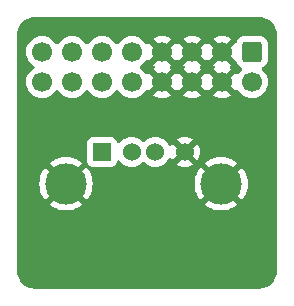
<source format=gbr>
%TF.GenerationSoftware,KiCad,Pcbnew,8.0.5*%
%TF.CreationDate,2024-12-20T11:35:24+13:00*%
%TF.ProjectId,eurorack_to_usb_passive,6575726f-7261-4636-9b5f-746f5f757362,rev?*%
%TF.SameCoordinates,Original*%
%TF.FileFunction,Copper,L2,Bot*%
%TF.FilePolarity,Positive*%
%FSLAX46Y46*%
G04 Gerber Fmt 4.6, Leading zero omitted, Abs format (unit mm)*
G04 Created by KiCad (PCBNEW 8.0.5) date 2024-12-20 11:35:24*
%MOMM*%
%LPD*%
G01*
G04 APERTURE LIST*
G04 Aperture macros list*
%AMRoundRect*
0 Rectangle with rounded corners*
0 $1 Rounding radius*
0 $2 $3 $4 $5 $6 $7 $8 $9 X,Y pos of 4 corners*
0 Add a 4 corners polygon primitive as box body*
4,1,4,$2,$3,$4,$5,$6,$7,$8,$9,$2,$3,0*
0 Add four circle primitives for the rounded corners*
1,1,$1+$1,$2,$3*
1,1,$1+$1,$4,$5*
1,1,$1+$1,$6,$7*
1,1,$1+$1,$8,$9*
0 Add four rect primitives between the rounded corners*
20,1,$1+$1,$2,$3,$4,$5,0*
20,1,$1+$1,$4,$5,$6,$7,0*
20,1,$1+$1,$6,$7,$8,$9,0*
20,1,$1+$1,$8,$9,$2,$3,0*%
G04 Aperture macros list end*
%TA.AperFunction,ComponentPad*%
%ADD10R,1.524000X1.524000*%
%TD*%
%TA.AperFunction,ComponentPad*%
%ADD11C,1.524000*%
%TD*%
%TA.AperFunction,ComponentPad*%
%ADD12C,3.500000*%
%TD*%
%TA.AperFunction,ComponentPad*%
%ADD13RoundRect,0.250000X-0.600000X0.600000X-0.600000X-0.600000X0.600000X-0.600000X0.600000X0.600000X0*%
%TD*%
%TA.AperFunction,ComponentPad*%
%ADD14C,1.700000*%
%TD*%
G04 APERTURE END LIST*
D10*
%TO.P,J2,1,VBUS*%
%TO.N,Net-(J1-Pin_12)*%
X145210000Y-87910000D03*
D11*
%TO.P,J2,2,D-*%
%TO.N,unconnected-(J2-D--Pad2)*%
X147710000Y-87910000D03*
%TO.P,J2,3,D+*%
%TO.N,unconnected-(J2-D+-Pad3)*%
X149710000Y-87910000D03*
%TO.P,J2,4,GND*%
%TO.N,GND*%
X152210000Y-87910000D03*
D12*
%TO.P,J2,5,Shield*%
X142140000Y-90620000D03*
X155280000Y-90620000D03*
%TD*%
D13*
%TO.P,J1,1,Pin_1*%
%TO.N,unconnected-(J1-Pin_1-Pad1)*%
X157900000Y-79450000D03*
D14*
%TO.P,J1,2,Pin_2*%
%TO.N,unconnected-(J1-Pin_2-Pad2)*%
X157900000Y-81990000D03*
%TO.P,J1,3,Pin_3*%
%TO.N,GND*%
X155360000Y-79450000D03*
%TO.P,J1,4,Pin_4*%
X155360000Y-81990000D03*
%TO.P,J1,5,Pin_5*%
X152820000Y-79450000D03*
%TO.P,J1,6,Pin_6*%
X152820000Y-81990000D03*
%TO.P,J1,7,Pin_7*%
X150280000Y-79450000D03*
%TO.P,J1,8,Pin_8*%
X150280000Y-81990000D03*
%TO.P,J1,9,Pin_9*%
%TO.N,unconnected-(J1-Pin_9-Pad9)*%
X147740000Y-79450000D03*
%TO.P,J1,10,Pin_10*%
%TO.N,unconnected-(J1-Pin_10-Pad10)*%
X147740000Y-81990000D03*
%TO.P,J1,11,Pin_11*%
%TO.N,unconnected-(J1-Pin_11-Pad11)*%
X145200000Y-79450000D03*
%TO.P,J1,12,Pin_12*%
%TO.N,Net-(J1-Pin_12)*%
X145200000Y-81990000D03*
%TO.P,J1,13,Pin_13*%
%TO.N,unconnected-(J1-Pin_13-Pad13)*%
X142660000Y-79450000D03*
%TO.P,J1,14,Pin_14*%
%TO.N,unconnected-(J1-Pin_14-Pad14)*%
X142660000Y-81990000D03*
%TO.P,J1,15,Pin_15*%
%TO.N,unconnected-(J1-Pin_15-Pad15)*%
X140120000Y-79450000D03*
%TO.P,J1,16,Pin_16*%
%TO.N,unconnected-(J1-Pin_16-Pad16)*%
X140120000Y-81990000D03*
%TD*%
%TA.AperFunction,Conductor*%
%TO.N,GND*%
G36*
X149814075Y-79642993D02*
G01*
X149879901Y-79757007D01*
X149972993Y-79850099D01*
X150087007Y-79915925D01*
X150150590Y-79932962D01*
X149518625Y-80564925D01*
X149595031Y-80618425D01*
X149638655Y-80673002D01*
X149645848Y-80742501D01*
X149614326Y-80804855D01*
X149595029Y-80821576D01*
X149518625Y-80875072D01*
X150150590Y-81507037D01*
X150087007Y-81524075D01*
X149972993Y-81589901D01*
X149879901Y-81682993D01*
X149814075Y-81797007D01*
X149797037Y-81860590D01*
X149165073Y-81228626D01*
X149111881Y-81304594D01*
X149057304Y-81348219D01*
X148987806Y-81355413D01*
X148925451Y-81323891D01*
X148908730Y-81304594D01*
X148778494Y-81118597D01*
X148611402Y-80951506D01*
X148611396Y-80951501D01*
X148425842Y-80821575D01*
X148382217Y-80766998D01*
X148375023Y-80697500D01*
X148406546Y-80635145D01*
X148425842Y-80618425D01*
X148568325Y-80518657D01*
X148611401Y-80488495D01*
X148778495Y-80321401D01*
X148908732Y-80135403D01*
X148963307Y-80091780D01*
X149032805Y-80084586D01*
X149095160Y-80116109D01*
X149111880Y-80135405D01*
X149165073Y-80211373D01*
X149797037Y-79579409D01*
X149814075Y-79642993D01*
G37*
%TD.AperFunction*%
%TA.AperFunction,Conductor*%
G36*
X152354075Y-79642993D02*
G01*
X152419901Y-79757007D01*
X152512993Y-79850099D01*
X152627007Y-79915925D01*
X152690590Y-79932962D01*
X152058625Y-80564925D01*
X152135031Y-80618425D01*
X152178655Y-80673002D01*
X152185848Y-80742501D01*
X152154326Y-80804855D01*
X152135029Y-80821576D01*
X152058625Y-80875072D01*
X152690590Y-81507037D01*
X152627007Y-81524075D01*
X152512993Y-81589901D01*
X152419901Y-81682993D01*
X152354075Y-81797007D01*
X152337037Y-81860590D01*
X151705072Y-81228625D01*
X151705072Y-81228626D01*
X151651574Y-81305030D01*
X151596998Y-81348655D01*
X151527499Y-81355849D01*
X151465144Y-81324326D01*
X151448424Y-81305030D01*
X151394925Y-81228626D01*
X151394925Y-81228625D01*
X150762962Y-81860589D01*
X150745925Y-81797007D01*
X150680099Y-81682993D01*
X150587007Y-81589901D01*
X150472993Y-81524075D01*
X150409410Y-81507037D01*
X151041373Y-80875073D01*
X150964969Y-80821576D01*
X150921344Y-80766999D01*
X150914150Y-80697501D01*
X150945672Y-80635146D01*
X150964968Y-80618425D01*
X151041373Y-80564925D01*
X150409409Y-79932962D01*
X150472993Y-79915925D01*
X150587007Y-79850099D01*
X150680099Y-79757007D01*
X150745925Y-79642993D01*
X150762962Y-79579410D01*
X151394925Y-80211373D01*
X151448425Y-80134968D01*
X151503002Y-80091344D01*
X151572501Y-80084151D01*
X151634855Y-80115673D01*
X151651576Y-80134969D01*
X151705073Y-80211372D01*
X152337037Y-79579409D01*
X152354075Y-79642993D01*
G37*
%TD.AperFunction*%
%TA.AperFunction,Conductor*%
G36*
X154894075Y-79642993D02*
G01*
X154959901Y-79757007D01*
X155052993Y-79850099D01*
X155167007Y-79915925D01*
X155230590Y-79932962D01*
X154598625Y-80564925D01*
X154675031Y-80618425D01*
X154718655Y-80673002D01*
X154725848Y-80742501D01*
X154694326Y-80804855D01*
X154675029Y-80821576D01*
X154598625Y-80875072D01*
X155230590Y-81507037D01*
X155167007Y-81524075D01*
X155052993Y-81589901D01*
X154959901Y-81682993D01*
X154894075Y-81797007D01*
X154877037Y-81860589D01*
X154245073Y-81228625D01*
X154245072Y-81228626D01*
X154191574Y-81305030D01*
X154136998Y-81348655D01*
X154067499Y-81355849D01*
X154005144Y-81324326D01*
X153988424Y-81305030D01*
X153934925Y-81228626D01*
X153934925Y-81228625D01*
X153302962Y-81860589D01*
X153285925Y-81797007D01*
X153220099Y-81682993D01*
X153127007Y-81589901D01*
X153012993Y-81524075D01*
X152949410Y-81507037D01*
X153581373Y-80875073D01*
X153504969Y-80821576D01*
X153461344Y-80766999D01*
X153454150Y-80697501D01*
X153485672Y-80635146D01*
X153504968Y-80618425D01*
X153581373Y-80564925D01*
X152949409Y-79932962D01*
X153012993Y-79915925D01*
X153127007Y-79850099D01*
X153220099Y-79757007D01*
X153285925Y-79642993D01*
X153302962Y-79579410D01*
X153934925Y-80211373D01*
X153988425Y-80134968D01*
X154043002Y-80091344D01*
X154112501Y-80084151D01*
X154174855Y-80115673D01*
X154191576Y-80134969D01*
X154245073Y-80211372D01*
X154877037Y-79579409D01*
X154894075Y-79642993D01*
G37*
%TD.AperFunction*%
%TA.AperFunction,Conductor*%
G36*
X156479341Y-80215789D02*
G01*
X156531191Y-80226209D01*
X156581375Y-80274823D01*
X156591205Y-80296966D01*
X156615186Y-80369334D01*
X156707288Y-80518656D01*
X156831344Y-80642712D01*
X156980666Y-80734814D01*
X156989264Y-80737663D01*
X157046707Y-80777433D01*
X157073531Y-80841948D01*
X157061217Y-80910724D01*
X157032234Y-80947483D01*
X157032427Y-80947676D01*
X157030798Y-80949304D01*
X157029975Y-80950349D01*
X157028599Y-80951503D01*
X156861505Y-81118597D01*
X156731269Y-81304595D01*
X156676692Y-81348220D01*
X156607194Y-81355414D01*
X156544839Y-81323891D01*
X156528119Y-81304595D01*
X156474925Y-81228626D01*
X156474925Y-81228625D01*
X155842962Y-81860589D01*
X155825925Y-81797007D01*
X155760099Y-81682993D01*
X155667007Y-81589901D01*
X155552993Y-81524075D01*
X155489410Y-81507037D01*
X156121373Y-80875073D01*
X156044969Y-80821576D01*
X156001344Y-80766999D01*
X155994150Y-80697501D01*
X156025672Y-80635146D01*
X156044968Y-80618425D01*
X156121373Y-80564925D01*
X155489409Y-79932962D01*
X155552993Y-79915925D01*
X155667007Y-79850099D01*
X155760099Y-79757007D01*
X155825925Y-79642993D01*
X155842962Y-79579409D01*
X156479341Y-80215789D01*
G37*
%TD.AperFunction*%
%TA.AperFunction,Conductor*%
G36*
X158504418Y-76500816D02*
G01*
X158704561Y-76515130D01*
X158722063Y-76517647D01*
X158913797Y-76559355D01*
X158930755Y-76564334D01*
X159114609Y-76632909D01*
X159130701Y-76640259D01*
X159302904Y-76734288D01*
X159317784Y-76743849D01*
X159474867Y-76861441D01*
X159488237Y-76873027D01*
X159626972Y-77011762D01*
X159638558Y-77025132D01*
X159756146Y-77182210D01*
X159765711Y-77197095D01*
X159859740Y-77369298D01*
X159867090Y-77385390D01*
X159935662Y-77569236D01*
X159940646Y-77586212D01*
X159982351Y-77777931D01*
X159984869Y-77795442D01*
X159999184Y-77995580D01*
X159999500Y-78004427D01*
X159999500Y-97995572D01*
X159999184Y-98004419D01*
X159984869Y-98204557D01*
X159982351Y-98222068D01*
X159940646Y-98413787D01*
X159935662Y-98430763D01*
X159867090Y-98614609D01*
X159859740Y-98630701D01*
X159765711Y-98802904D01*
X159756146Y-98817789D01*
X159638558Y-98974867D01*
X159626972Y-98988237D01*
X159488237Y-99126972D01*
X159474867Y-99138558D01*
X159317789Y-99256146D01*
X159302904Y-99265711D01*
X159130701Y-99359740D01*
X159114609Y-99367090D01*
X158930763Y-99435662D01*
X158913787Y-99440646D01*
X158722068Y-99482351D01*
X158704557Y-99484869D01*
X158523779Y-99497799D01*
X158504417Y-99499184D01*
X158495572Y-99499500D01*
X139504428Y-99499500D01*
X139495582Y-99499184D01*
X139473622Y-99497613D01*
X139295442Y-99484869D01*
X139277931Y-99482351D01*
X139086212Y-99440646D01*
X139069236Y-99435662D01*
X138885390Y-99367090D01*
X138869298Y-99359740D01*
X138697095Y-99265711D01*
X138682210Y-99256146D01*
X138525132Y-99138558D01*
X138511762Y-99126972D01*
X138373027Y-98988237D01*
X138361441Y-98974867D01*
X138243849Y-98817784D01*
X138234288Y-98802904D01*
X138140259Y-98630701D01*
X138132909Y-98614609D01*
X138072091Y-98451551D01*
X138064334Y-98430755D01*
X138059355Y-98413797D01*
X138017647Y-98222063D01*
X138015130Y-98204556D01*
X138000816Y-98004418D01*
X138000500Y-97995572D01*
X138000500Y-90620000D01*
X139885172Y-90620000D01*
X139904462Y-90914312D01*
X139904464Y-90914324D01*
X139962001Y-91203584D01*
X139962005Y-91203599D01*
X140056812Y-91482888D01*
X140187258Y-91747406D01*
X140187265Y-91747419D01*
X140351123Y-91992649D01*
X140380405Y-92026040D01*
X141167912Y-91238532D01*
X141262829Y-91369175D01*
X141390825Y-91497171D01*
X141521465Y-91592086D01*
X140733958Y-92379593D01*
X140767350Y-92408876D01*
X141012580Y-92572734D01*
X141012593Y-92572741D01*
X141277111Y-92703187D01*
X141556400Y-92797994D01*
X141556415Y-92797998D01*
X141845675Y-92855535D01*
X141845687Y-92855537D01*
X142140000Y-92874827D01*
X142434312Y-92855537D01*
X142434324Y-92855535D01*
X142723584Y-92797998D01*
X142723599Y-92797994D01*
X143002888Y-92703187D01*
X143267406Y-92572741D01*
X143267419Y-92572734D01*
X143512648Y-92408877D01*
X143546039Y-92379593D01*
X142758533Y-91592086D01*
X142889175Y-91497171D01*
X143017171Y-91369175D01*
X143112086Y-91238533D01*
X143899593Y-92026039D01*
X143928877Y-91992648D01*
X144092734Y-91747419D01*
X144092741Y-91747406D01*
X144223187Y-91482888D01*
X144317994Y-91203599D01*
X144317998Y-91203584D01*
X144375535Y-90914324D01*
X144375537Y-90914312D01*
X144394827Y-90620000D01*
X153025172Y-90620000D01*
X153044462Y-90914312D01*
X153044464Y-90914324D01*
X153102001Y-91203584D01*
X153102005Y-91203599D01*
X153196812Y-91482888D01*
X153327258Y-91747406D01*
X153327265Y-91747419D01*
X153491123Y-91992649D01*
X153520405Y-92026040D01*
X154307912Y-91238532D01*
X154402829Y-91369175D01*
X154530825Y-91497171D01*
X154661465Y-91592086D01*
X153873958Y-92379593D01*
X153907350Y-92408876D01*
X154152580Y-92572734D01*
X154152593Y-92572741D01*
X154417111Y-92703187D01*
X154696400Y-92797994D01*
X154696415Y-92797998D01*
X154985675Y-92855535D01*
X154985687Y-92855537D01*
X155280000Y-92874827D01*
X155574312Y-92855537D01*
X155574324Y-92855535D01*
X155863584Y-92797998D01*
X155863599Y-92797994D01*
X156142888Y-92703187D01*
X156407406Y-92572741D01*
X156407419Y-92572734D01*
X156652648Y-92408877D01*
X156686039Y-92379593D01*
X155898533Y-91592086D01*
X156029175Y-91497171D01*
X156157171Y-91369175D01*
X156252086Y-91238533D01*
X157039593Y-92026039D01*
X157068877Y-91992648D01*
X157232734Y-91747419D01*
X157232741Y-91747406D01*
X157363187Y-91482888D01*
X157457994Y-91203599D01*
X157457998Y-91203584D01*
X157515535Y-90914324D01*
X157515537Y-90914312D01*
X157534827Y-90620000D01*
X157515537Y-90325687D01*
X157515535Y-90325675D01*
X157457998Y-90036415D01*
X157457994Y-90036400D01*
X157363187Y-89757111D01*
X157232741Y-89492593D01*
X157232734Y-89492580D01*
X157068876Y-89247350D01*
X157039593Y-89213958D01*
X156252086Y-90001465D01*
X156157171Y-89870825D01*
X156029175Y-89742829D01*
X155898533Y-89647912D01*
X156686040Y-88860405D01*
X156652649Y-88831123D01*
X156407419Y-88667265D01*
X156407406Y-88667258D01*
X156142888Y-88536812D01*
X155863599Y-88442005D01*
X155863584Y-88442001D01*
X155574324Y-88384464D01*
X155574312Y-88384462D01*
X155280000Y-88365172D01*
X154985687Y-88384462D01*
X154985675Y-88384464D01*
X154696415Y-88442001D01*
X154696400Y-88442005D01*
X154417111Y-88536812D01*
X154152593Y-88667258D01*
X154152580Y-88667265D01*
X153907346Y-88831126D01*
X153907339Y-88831131D01*
X153873959Y-88860403D01*
X153873959Y-88860405D01*
X154661466Y-89647912D01*
X154530825Y-89742829D01*
X154402829Y-89870825D01*
X154307913Y-90001466D01*
X153520405Y-89213959D01*
X153520403Y-89213959D01*
X153491131Y-89247339D01*
X153491126Y-89247346D01*
X153327265Y-89492580D01*
X153327258Y-89492593D01*
X153196812Y-89757111D01*
X153102005Y-90036400D01*
X153102001Y-90036415D01*
X153044464Y-90325675D01*
X153044462Y-90325687D01*
X153025172Y-90620000D01*
X144394827Y-90620000D01*
X144375537Y-90325687D01*
X144375535Y-90325675D01*
X144317998Y-90036415D01*
X144317994Y-90036400D01*
X144223187Y-89757111D01*
X144092741Y-89492593D01*
X144092734Y-89492580D01*
X143928876Y-89247350D01*
X143899593Y-89213958D01*
X143112086Y-90001465D01*
X143017171Y-89870825D01*
X142889175Y-89742829D01*
X142758533Y-89647912D01*
X143546040Y-88860405D01*
X143512649Y-88831123D01*
X143267419Y-88667265D01*
X143267406Y-88667258D01*
X143002888Y-88536812D01*
X142723599Y-88442005D01*
X142723584Y-88442001D01*
X142434324Y-88384464D01*
X142434312Y-88384462D01*
X142140000Y-88365172D01*
X141845687Y-88384462D01*
X141845675Y-88384464D01*
X141556415Y-88442001D01*
X141556400Y-88442005D01*
X141277111Y-88536812D01*
X141012593Y-88667258D01*
X141012580Y-88667265D01*
X140767346Y-88831126D01*
X140767339Y-88831131D01*
X140733959Y-88860403D01*
X140733959Y-88860405D01*
X141521466Y-89647912D01*
X141390825Y-89742829D01*
X141262829Y-89870825D01*
X141167913Y-90001466D01*
X140380405Y-89213959D01*
X140380403Y-89213959D01*
X140351131Y-89247339D01*
X140351126Y-89247346D01*
X140187265Y-89492580D01*
X140187258Y-89492593D01*
X140056812Y-89757111D01*
X139962005Y-90036400D01*
X139962001Y-90036415D01*
X139904464Y-90325675D01*
X139904462Y-90325687D01*
X139885172Y-90620000D01*
X138000500Y-90620000D01*
X138000500Y-87100135D01*
X143947500Y-87100135D01*
X143947500Y-88719870D01*
X143947501Y-88719876D01*
X143953908Y-88779483D01*
X144004202Y-88914328D01*
X144004206Y-88914335D01*
X144090452Y-89029544D01*
X144090455Y-89029547D01*
X144205664Y-89115793D01*
X144205671Y-89115797D01*
X144340517Y-89166091D01*
X144340516Y-89166091D01*
X144347444Y-89166835D01*
X144400127Y-89172500D01*
X146019872Y-89172499D01*
X146079483Y-89166091D01*
X146214331Y-89115796D01*
X146329546Y-89029546D01*
X146415796Y-88914331D01*
X146466091Y-88779483D01*
X146472229Y-88722386D01*
X146498966Y-88657839D01*
X146556358Y-88617991D01*
X146626183Y-88615497D01*
X146686272Y-88651149D01*
X146697093Y-88664522D01*
X146739170Y-88724615D01*
X146739175Y-88724621D01*
X146895378Y-88880824D01*
X146895384Y-88880829D01*
X147076333Y-89007531D01*
X147076335Y-89007532D01*
X147076338Y-89007534D01*
X147276550Y-89100894D01*
X147489932Y-89158070D01*
X147647123Y-89171822D01*
X147709998Y-89177323D01*
X147710000Y-89177323D01*
X147710002Y-89177323D01*
X147765151Y-89172498D01*
X147930068Y-89158070D01*
X148143450Y-89100894D01*
X148343662Y-89007534D01*
X148524620Y-88880826D01*
X148622319Y-88783127D01*
X148683642Y-88749642D01*
X148753334Y-88754626D01*
X148797681Y-88783127D01*
X148895378Y-88880824D01*
X148895384Y-88880829D01*
X149076333Y-89007531D01*
X149076335Y-89007532D01*
X149076338Y-89007534D01*
X149276550Y-89100894D01*
X149489932Y-89158070D01*
X149647123Y-89171822D01*
X149709998Y-89177323D01*
X149710000Y-89177323D01*
X149710002Y-89177323D01*
X149765151Y-89172498D01*
X149930068Y-89158070D01*
X150143450Y-89100894D01*
X150343662Y-89007534D01*
X150524620Y-88880826D01*
X150680826Y-88724620D01*
X150807534Y-88543662D01*
X150847894Y-88457108D01*
X150894066Y-88404669D01*
X150961259Y-88385517D01*
X151028140Y-88405732D01*
X151072658Y-88457109D01*
X151112898Y-88543405D01*
X151112901Y-88543411D01*
X151158258Y-88608187D01*
X151158259Y-88608188D01*
X151759697Y-88006749D01*
X151781349Y-88087553D01*
X151841909Y-88192446D01*
X151927554Y-88278091D01*
X152032447Y-88338651D01*
X152113249Y-88360302D01*
X151511810Y-88961740D01*
X151576590Y-89007099D01*
X151576592Y-89007100D01*
X151776715Y-89100419D01*
X151776729Y-89100424D01*
X151990013Y-89157573D01*
X151990023Y-89157575D01*
X152209999Y-89176821D01*
X152210001Y-89176821D01*
X152429976Y-89157575D01*
X152429986Y-89157573D01*
X152643270Y-89100424D01*
X152643284Y-89100419D01*
X152843407Y-89007100D01*
X152843417Y-89007094D01*
X152908188Y-88961741D01*
X152306750Y-88360302D01*
X152387553Y-88338651D01*
X152492446Y-88278091D01*
X152578091Y-88192446D01*
X152638651Y-88087553D01*
X152660302Y-88006749D01*
X153261741Y-88608188D01*
X153307094Y-88543417D01*
X153307100Y-88543407D01*
X153400419Y-88343284D01*
X153400424Y-88343270D01*
X153457573Y-88129986D01*
X153457575Y-88129976D01*
X153476821Y-87910000D01*
X153476821Y-87909999D01*
X153457575Y-87690023D01*
X153457573Y-87690013D01*
X153400424Y-87476729D01*
X153400420Y-87476720D01*
X153307096Y-87276586D01*
X153261741Y-87211811D01*
X153261740Y-87211810D01*
X152660302Y-87813249D01*
X152638651Y-87732447D01*
X152578091Y-87627554D01*
X152492446Y-87541909D01*
X152387553Y-87481349D01*
X152306750Y-87459697D01*
X152908188Y-86858259D01*
X152908187Y-86858258D01*
X152843411Y-86812901D01*
X152843405Y-86812898D01*
X152643284Y-86719580D01*
X152643270Y-86719575D01*
X152429986Y-86662426D01*
X152429976Y-86662424D01*
X152210001Y-86643179D01*
X152209999Y-86643179D01*
X151990023Y-86662424D01*
X151990013Y-86662426D01*
X151776729Y-86719575D01*
X151776720Y-86719579D01*
X151576590Y-86812901D01*
X151511811Y-86858258D01*
X152113250Y-87459697D01*
X152032447Y-87481349D01*
X151927554Y-87541909D01*
X151841909Y-87627554D01*
X151781349Y-87732447D01*
X151759697Y-87813249D01*
X151158258Y-87211811D01*
X151112901Y-87276590D01*
X151072658Y-87362891D01*
X151026485Y-87415330D01*
X150959292Y-87434482D01*
X150892411Y-87414266D01*
X150847894Y-87362891D01*
X150807534Y-87276340D01*
X150807533Y-87276338D01*
X150680827Y-87095381D01*
X150622318Y-87036872D01*
X150524620Y-86939174D01*
X150524616Y-86939171D01*
X150524615Y-86939170D01*
X150343666Y-86812468D01*
X150343662Y-86812466D01*
X150296457Y-86790454D01*
X150143450Y-86719106D01*
X150143447Y-86719105D01*
X150143445Y-86719104D01*
X149930070Y-86661930D01*
X149930062Y-86661929D01*
X149710002Y-86642677D01*
X149709998Y-86642677D01*
X149489937Y-86661929D01*
X149489929Y-86661930D01*
X149276554Y-86719104D01*
X149276548Y-86719107D01*
X149076340Y-86812465D01*
X149076338Y-86812466D01*
X148895381Y-86939172D01*
X148797680Y-87036873D01*
X148736356Y-87070357D01*
X148666665Y-87065373D01*
X148622318Y-87036872D01*
X148524621Y-86939175D01*
X148524615Y-86939170D01*
X148343666Y-86812468D01*
X148343662Y-86812466D01*
X148296457Y-86790454D01*
X148143450Y-86719106D01*
X148143447Y-86719105D01*
X148143445Y-86719104D01*
X147930070Y-86661930D01*
X147930062Y-86661929D01*
X147710002Y-86642677D01*
X147709998Y-86642677D01*
X147489937Y-86661929D01*
X147489929Y-86661930D01*
X147276554Y-86719104D01*
X147276548Y-86719107D01*
X147076340Y-86812465D01*
X147076338Y-86812466D01*
X146895377Y-86939175D01*
X146739177Y-87095375D01*
X146697093Y-87155478D01*
X146642516Y-87199102D01*
X146573017Y-87206295D01*
X146510663Y-87174773D01*
X146475249Y-87114543D01*
X146472228Y-87097607D01*
X146466091Y-87040516D01*
X146415797Y-86905671D01*
X146415793Y-86905664D01*
X146329547Y-86790455D01*
X146329544Y-86790452D01*
X146214335Y-86704206D01*
X146214328Y-86704202D01*
X146079482Y-86653908D01*
X146079483Y-86653908D01*
X146019883Y-86647501D01*
X146019881Y-86647500D01*
X146019873Y-86647500D01*
X146019864Y-86647500D01*
X144400129Y-86647500D01*
X144400123Y-86647501D01*
X144340516Y-86653908D01*
X144205671Y-86704202D01*
X144205664Y-86704206D01*
X144090455Y-86790452D01*
X144090452Y-86790455D01*
X144004206Y-86905664D01*
X144004202Y-86905671D01*
X143953908Y-87040517D01*
X143947501Y-87100116D01*
X143947500Y-87100135D01*
X138000500Y-87100135D01*
X138000500Y-79449999D01*
X138764341Y-79449999D01*
X138764341Y-79450000D01*
X138784936Y-79685403D01*
X138784938Y-79685413D01*
X138846094Y-79913655D01*
X138846096Y-79913659D01*
X138846097Y-79913663D01*
X138925597Y-80084151D01*
X138945965Y-80127830D01*
X138945967Y-80127834D01*
X139048891Y-80274823D01*
X139081501Y-80321396D01*
X139081506Y-80321402D01*
X139248597Y-80488493D01*
X139248603Y-80488498D01*
X139434158Y-80618425D01*
X139477783Y-80673002D01*
X139484977Y-80742500D01*
X139453454Y-80804855D01*
X139434158Y-80821575D01*
X139248597Y-80951505D01*
X139081505Y-81118597D01*
X138945965Y-81312169D01*
X138945964Y-81312171D01*
X138846098Y-81526335D01*
X138846094Y-81526344D01*
X138784938Y-81754586D01*
X138784936Y-81754596D01*
X138764341Y-81989999D01*
X138764341Y-81990000D01*
X138784936Y-82225403D01*
X138784938Y-82225413D01*
X138846094Y-82453655D01*
X138846096Y-82453659D01*
X138846097Y-82453663D01*
X138925597Y-82624151D01*
X138945965Y-82667830D01*
X138945967Y-82667834D01*
X139004462Y-82751373D01*
X139081505Y-82861401D01*
X139248599Y-83028495D01*
X139345384Y-83096265D01*
X139442165Y-83164032D01*
X139442167Y-83164033D01*
X139442170Y-83164035D01*
X139656337Y-83263903D01*
X139884592Y-83325063D01*
X140072918Y-83341539D01*
X140119999Y-83345659D01*
X140120000Y-83345659D01*
X140120001Y-83345659D01*
X140159234Y-83342226D01*
X140355408Y-83325063D01*
X140583663Y-83263903D01*
X140797830Y-83164035D01*
X140991401Y-83028495D01*
X141158495Y-82861401D01*
X141288425Y-82675842D01*
X141343002Y-82632217D01*
X141412500Y-82625023D01*
X141474855Y-82656546D01*
X141491575Y-82675842D01*
X141621500Y-82861395D01*
X141621505Y-82861401D01*
X141788599Y-83028495D01*
X141885384Y-83096265D01*
X141982165Y-83164032D01*
X141982167Y-83164033D01*
X141982170Y-83164035D01*
X142196337Y-83263903D01*
X142424592Y-83325063D01*
X142612918Y-83341539D01*
X142659999Y-83345659D01*
X142660000Y-83345659D01*
X142660001Y-83345659D01*
X142699234Y-83342226D01*
X142895408Y-83325063D01*
X143123663Y-83263903D01*
X143337830Y-83164035D01*
X143531401Y-83028495D01*
X143698495Y-82861401D01*
X143828425Y-82675842D01*
X143883002Y-82632217D01*
X143952500Y-82625023D01*
X144014855Y-82656546D01*
X144031575Y-82675842D01*
X144161500Y-82861395D01*
X144161505Y-82861401D01*
X144328599Y-83028495D01*
X144425384Y-83096265D01*
X144522165Y-83164032D01*
X144522167Y-83164033D01*
X144522170Y-83164035D01*
X144736337Y-83263903D01*
X144964592Y-83325063D01*
X145152918Y-83341539D01*
X145199999Y-83345659D01*
X145200000Y-83345659D01*
X145200001Y-83345659D01*
X145239234Y-83342226D01*
X145435408Y-83325063D01*
X145663663Y-83263903D01*
X145877830Y-83164035D01*
X146071401Y-83028495D01*
X146238495Y-82861401D01*
X146368425Y-82675842D01*
X146423002Y-82632217D01*
X146492500Y-82625023D01*
X146554855Y-82656546D01*
X146571575Y-82675842D01*
X146701500Y-82861395D01*
X146701505Y-82861401D01*
X146868599Y-83028495D01*
X146965384Y-83096265D01*
X147062165Y-83164032D01*
X147062167Y-83164033D01*
X147062170Y-83164035D01*
X147276337Y-83263903D01*
X147504592Y-83325063D01*
X147692918Y-83341539D01*
X147739999Y-83345659D01*
X147740000Y-83345659D01*
X147740001Y-83345659D01*
X147779234Y-83342226D01*
X147975408Y-83325063D01*
X148203663Y-83263903D01*
X148417830Y-83164035D01*
X148611401Y-83028495D01*
X148778495Y-82861401D01*
X148908732Y-82675403D01*
X148963307Y-82631780D01*
X149032805Y-82624586D01*
X149095160Y-82656109D01*
X149111880Y-82675405D01*
X149165073Y-82751373D01*
X149797037Y-82119409D01*
X149814075Y-82182993D01*
X149879901Y-82297007D01*
X149972993Y-82390099D01*
X150087007Y-82455925D01*
X150150590Y-82472962D01*
X149518625Y-83104925D01*
X149602421Y-83163599D01*
X149816507Y-83263429D01*
X149816516Y-83263433D01*
X150044673Y-83324567D01*
X150044684Y-83324569D01*
X150279998Y-83345157D01*
X150280002Y-83345157D01*
X150515315Y-83324569D01*
X150515326Y-83324567D01*
X150743483Y-83263433D01*
X150743492Y-83263429D01*
X150957578Y-83163600D01*
X150957582Y-83163598D01*
X151041373Y-83104926D01*
X151041373Y-83104925D01*
X150409409Y-82472962D01*
X150472993Y-82455925D01*
X150587007Y-82390099D01*
X150680099Y-82297007D01*
X150745925Y-82182993D01*
X150762962Y-82119410D01*
X151394925Y-82751373D01*
X151448425Y-82674968D01*
X151503002Y-82631344D01*
X151572501Y-82624151D01*
X151634855Y-82655673D01*
X151651576Y-82674969D01*
X151705073Y-82751372D01*
X152337037Y-82119409D01*
X152354075Y-82182993D01*
X152419901Y-82297007D01*
X152512993Y-82390099D01*
X152627007Y-82455925D01*
X152690590Y-82472962D01*
X152058625Y-83104925D01*
X152142421Y-83163599D01*
X152356507Y-83263429D01*
X152356516Y-83263433D01*
X152584673Y-83324567D01*
X152584684Y-83324569D01*
X152819998Y-83345157D01*
X152820002Y-83345157D01*
X153055315Y-83324569D01*
X153055326Y-83324567D01*
X153283483Y-83263433D01*
X153283492Y-83263429D01*
X153497578Y-83163600D01*
X153497582Y-83163598D01*
X153581373Y-83104926D01*
X153581373Y-83104925D01*
X152949409Y-82472962D01*
X153012993Y-82455925D01*
X153127007Y-82390099D01*
X153220099Y-82297007D01*
X153285925Y-82182993D01*
X153302962Y-82119410D01*
X153934925Y-82751373D01*
X153988425Y-82674968D01*
X154043002Y-82631344D01*
X154112501Y-82624151D01*
X154174855Y-82655673D01*
X154191576Y-82674969D01*
X154245073Y-82751372D01*
X154877037Y-82119409D01*
X154894075Y-82182993D01*
X154959901Y-82297007D01*
X155052993Y-82390099D01*
X155167007Y-82455925D01*
X155230590Y-82472962D01*
X154598625Y-83104925D01*
X154682421Y-83163599D01*
X154896507Y-83263429D01*
X154896516Y-83263433D01*
X155124673Y-83324567D01*
X155124684Y-83324569D01*
X155359998Y-83345157D01*
X155360002Y-83345157D01*
X155595315Y-83324569D01*
X155595326Y-83324567D01*
X155823483Y-83263433D01*
X155823492Y-83263429D01*
X156037578Y-83163600D01*
X156037582Y-83163598D01*
X156121373Y-83104926D01*
X156121373Y-83104925D01*
X155489409Y-82472962D01*
X155552993Y-82455925D01*
X155667007Y-82390099D01*
X155760099Y-82297007D01*
X155825925Y-82182993D01*
X155842962Y-82119409D01*
X156474925Y-82751373D01*
X156528119Y-82675405D01*
X156582696Y-82631781D01*
X156652195Y-82624588D01*
X156714549Y-82656110D01*
X156731269Y-82675405D01*
X156861505Y-82861401D01*
X157028599Y-83028495D01*
X157125384Y-83096265D01*
X157222165Y-83164032D01*
X157222167Y-83164033D01*
X157222170Y-83164035D01*
X157436337Y-83263903D01*
X157664592Y-83325063D01*
X157852918Y-83341539D01*
X157899999Y-83345659D01*
X157900000Y-83345659D01*
X157900001Y-83345659D01*
X157939234Y-83342226D01*
X158135408Y-83325063D01*
X158363663Y-83263903D01*
X158577830Y-83164035D01*
X158771401Y-83028495D01*
X158938495Y-82861401D01*
X159074035Y-82667830D01*
X159173903Y-82453663D01*
X159235063Y-82225408D01*
X159255659Y-81990000D01*
X159235063Y-81754592D01*
X159173903Y-81526337D01*
X159074035Y-81312171D01*
X159068731Y-81304595D01*
X158938494Y-81118597D01*
X158771398Y-80951501D01*
X158770030Y-80950354D01*
X158769592Y-80949696D01*
X158767573Y-80947677D01*
X158767978Y-80947271D01*
X158731330Y-80892182D01*
X158730224Y-80822321D01*
X158767063Y-80762952D01*
X158810737Y-80737662D01*
X158819334Y-80734814D01*
X158968656Y-80642712D01*
X159092712Y-80518656D01*
X159184814Y-80369334D01*
X159239999Y-80202797D01*
X159250500Y-80100009D01*
X159250499Y-78799992D01*
X159239999Y-78697203D01*
X159184814Y-78530666D01*
X159092712Y-78381344D01*
X158968656Y-78257288D01*
X158837784Y-78176566D01*
X158819336Y-78165187D01*
X158819331Y-78165185D01*
X158817862Y-78164698D01*
X158652797Y-78110001D01*
X158652795Y-78110000D01*
X158550010Y-78099500D01*
X157249998Y-78099500D01*
X157249981Y-78099501D01*
X157147203Y-78110000D01*
X157147200Y-78110001D01*
X156980668Y-78165185D01*
X156980663Y-78165187D01*
X156831342Y-78257289D01*
X156707289Y-78381342D01*
X156615187Y-78530663D01*
X156615182Y-78530674D01*
X156591205Y-78603032D01*
X156551432Y-78660477D01*
X156486916Y-78687299D01*
X156476138Y-78687412D01*
X155842962Y-79320589D01*
X155825925Y-79257007D01*
X155760099Y-79142993D01*
X155667007Y-79049901D01*
X155552993Y-78984075D01*
X155489410Y-78967037D01*
X156121373Y-78335073D01*
X156121373Y-78335072D01*
X156037583Y-78276402D01*
X156037579Y-78276400D01*
X155823492Y-78176570D01*
X155823483Y-78176566D01*
X155595326Y-78115432D01*
X155595315Y-78115430D01*
X155360002Y-78094843D01*
X155359998Y-78094843D01*
X155124684Y-78115430D01*
X155124673Y-78115432D01*
X154896516Y-78176566D01*
X154896507Y-78176570D01*
X154682419Y-78276401D01*
X154598625Y-78335072D01*
X155230590Y-78967037D01*
X155167007Y-78984075D01*
X155052993Y-79049901D01*
X154959901Y-79142993D01*
X154894075Y-79257007D01*
X154877037Y-79320589D01*
X154245073Y-78688625D01*
X154245072Y-78688626D01*
X154191574Y-78765030D01*
X154136998Y-78808655D01*
X154067499Y-78815849D01*
X154005144Y-78784326D01*
X153988424Y-78765030D01*
X153934925Y-78688626D01*
X153934925Y-78688625D01*
X153302962Y-79320589D01*
X153285925Y-79257007D01*
X153220099Y-79142993D01*
X153127007Y-79049901D01*
X153012993Y-78984075D01*
X152949410Y-78967037D01*
X153581373Y-78335073D01*
X153581373Y-78335072D01*
X153497583Y-78276402D01*
X153497579Y-78276400D01*
X153283492Y-78176570D01*
X153283483Y-78176566D01*
X153055326Y-78115432D01*
X153055315Y-78115430D01*
X152820002Y-78094843D01*
X152819998Y-78094843D01*
X152584684Y-78115430D01*
X152584673Y-78115432D01*
X152356516Y-78176566D01*
X152356507Y-78176570D01*
X152142419Y-78276401D01*
X152058625Y-78335072D01*
X152690590Y-78967037D01*
X152627007Y-78984075D01*
X152512993Y-79049901D01*
X152419901Y-79142993D01*
X152354075Y-79257007D01*
X152337037Y-79320590D01*
X151705072Y-78688625D01*
X151705072Y-78688626D01*
X151651574Y-78765030D01*
X151596998Y-78808655D01*
X151527499Y-78815849D01*
X151465144Y-78784326D01*
X151448424Y-78765030D01*
X151394925Y-78688626D01*
X151394925Y-78688625D01*
X150762962Y-79320589D01*
X150745925Y-79257007D01*
X150680099Y-79142993D01*
X150587007Y-79049901D01*
X150472993Y-78984075D01*
X150409410Y-78967037D01*
X151041373Y-78335073D01*
X151041373Y-78335072D01*
X150957583Y-78276402D01*
X150957579Y-78276400D01*
X150743492Y-78176570D01*
X150743483Y-78176566D01*
X150515326Y-78115432D01*
X150515315Y-78115430D01*
X150280002Y-78094843D01*
X150279998Y-78094843D01*
X150044684Y-78115430D01*
X150044673Y-78115432D01*
X149816516Y-78176566D01*
X149816507Y-78176570D01*
X149602419Y-78276401D01*
X149518625Y-78335072D01*
X150150590Y-78967037D01*
X150087007Y-78984075D01*
X149972993Y-79049901D01*
X149879901Y-79142993D01*
X149814075Y-79257007D01*
X149797037Y-79320590D01*
X149165073Y-78688626D01*
X149111881Y-78764594D01*
X149057304Y-78808219D01*
X148987806Y-78815413D01*
X148925451Y-78783891D01*
X148908730Y-78764594D01*
X148778494Y-78578597D01*
X148611402Y-78411506D01*
X148611395Y-78411501D01*
X148417834Y-78275967D01*
X148417830Y-78275965D01*
X148377777Y-78257288D01*
X148203663Y-78176097D01*
X148203659Y-78176096D01*
X148203655Y-78176094D01*
X147975413Y-78114938D01*
X147975403Y-78114936D01*
X147740001Y-78094341D01*
X147739999Y-78094341D01*
X147504596Y-78114936D01*
X147504586Y-78114938D01*
X147276344Y-78176094D01*
X147276335Y-78176098D01*
X147062171Y-78275964D01*
X147062169Y-78275965D01*
X146868597Y-78411505D01*
X146701505Y-78578597D01*
X146571575Y-78764158D01*
X146516998Y-78807783D01*
X146447500Y-78814977D01*
X146385145Y-78783454D01*
X146368425Y-78764158D01*
X146238494Y-78578597D01*
X146071402Y-78411506D01*
X146071395Y-78411501D01*
X145877834Y-78275967D01*
X145877830Y-78275965D01*
X145837777Y-78257288D01*
X145663663Y-78176097D01*
X145663659Y-78176096D01*
X145663655Y-78176094D01*
X145435413Y-78114938D01*
X145435403Y-78114936D01*
X145200001Y-78094341D01*
X145199999Y-78094341D01*
X144964596Y-78114936D01*
X144964586Y-78114938D01*
X144736344Y-78176094D01*
X144736335Y-78176098D01*
X144522171Y-78275964D01*
X144522169Y-78275965D01*
X144328597Y-78411505D01*
X144161505Y-78578597D01*
X144031575Y-78764158D01*
X143976998Y-78807783D01*
X143907500Y-78814977D01*
X143845145Y-78783454D01*
X143828425Y-78764158D01*
X143698494Y-78578597D01*
X143531402Y-78411506D01*
X143531395Y-78411501D01*
X143337834Y-78275967D01*
X143337830Y-78275965D01*
X143297777Y-78257288D01*
X143123663Y-78176097D01*
X143123659Y-78176096D01*
X143123655Y-78176094D01*
X142895413Y-78114938D01*
X142895403Y-78114936D01*
X142660001Y-78094341D01*
X142659999Y-78094341D01*
X142424596Y-78114936D01*
X142424586Y-78114938D01*
X142196344Y-78176094D01*
X142196335Y-78176098D01*
X141982171Y-78275964D01*
X141982169Y-78275965D01*
X141788597Y-78411505D01*
X141621505Y-78578597D01*
X141491575Y-78764158D01*
X141436998Y-78807783D01*
X141367500Y-78814977D01*
X141305145Y-78783454D01*
X141288425Y-78764158D01*
X141158494Y-78578597D01*
X140991402Y-78411506D01*
X140991395Y-78411501D01*
X140797834Y-78275967D01*
X140797830Y-78275965D01*
X140757777Y-78257288D01*
X140583663Y-78176097D01*
X140583659Y-78176096D01*
X140583655Y-78176094D01*
X140355413Y-78114938D01*
X140355403Y-78114936D01*
X140120001Y-78094341D01*
X140119999Y-78094341D01*
X139884596Y-78114936D01*
X139884586Y-78114938D01*
X139656344Y-78176094D01*
X139656335Y-78176098D01*
X139442171Y-78275964D01*
X139442169Y-78275965D01*
X139248597Y-78411505D01*
X139081505Y-78578597D01*
X138945965Y-78772169D01*
X138945964Y-78772171D01*
X138846098Y-78986335D01*
X138846094Y-78986344D01*
X138784938Y-79214586D01*
X138784936Y-79214596D01*
X138764341Y-79449999D01*
X138000500Y-79449999D01*
X138000500Y-78004427D01*
X138000816Y-77995581D01*
X138015130Y-77795443D01*
X138015131Y-77795442D01*
X138015130Y-77795436D01*
X138017646Y-77777938D01*
X138059356Y-77586199D01*
X138064333Y-77569248D01*
X138132911Y-77385385D01*
X138140259Y-77369298D01*
X138202815Y-77254734D01*
X138234291Y-77197089D01*
X138243845Y-77182221D01*
X138361448Y-77025123D01*
X138373020Y-77011769D01*
X138511769Y-76873020D01*
X138525123Y-76861448D01*
X138682221Y-76743845D01*
X138697089Y-76734291D01*
X138869298Y-76640258D01*
X138885385Y-76632911D01*
X139069248Y-76564333D01*
X139086199Y-76559356D01*
X139277938Y-76517646D01*
X139295436Y-76515130D01*
X139495582Y-76500816D01*
X139504428Y-76500500D01*
X139565892Y-76500500D01*
X158434108Y-76500500D01*
X158495572Y-76500500D01*
X158504418Y-76500816D01*
G37*
%TD.AperFunction*%
%TD*%
M02*

</source>
